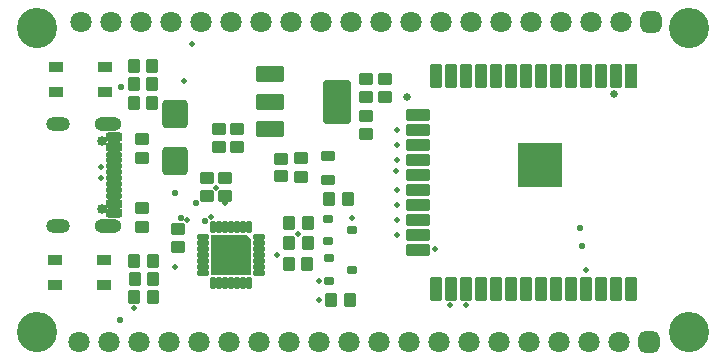
<source format=gts>
G04*
G04 #@! TF.GenerationSoftware,Altium Limited,Altium Designer,25.4.2 (15)*
G04*
G04 Layer_Color=8388736*
%FSTAX25Y25*%
%MOIN*%
G70*
G04*
G04 #@! TF.SameCoordinates,9F79833E-919C-48C8-8BE8-C58A611C57C3*
G04*
G04*
G04 #@! TF.FilePolarity,Negative*
G04*
G01*
G75*
G04:AMPARAMS|DCode=21|XSize=31.5mil|YSize=49.21mil|CornerRadius=3.94mil|HoleSize=0mil|Usage=FLASHONLY|Rotation=90.000|XOffset=0mil|YOffset=0mil|HoleType=Round|Shape=RoundedRectangle|*
%AMROUNDEDRECTD21*
21,1,0.03150,0.04134,0,0,90.0*
21,1,0.02362,0.04921,0,0,90.0*
1,1,0.00787,0.02067,0.01181*
1,1,0.00787,0.02067,-0.01181*
1,1,0.00787,-0.02067,-0.01181*
1,1,0.00787,-0.02067,0.01181*
%
%ADD21ROUNDEDRECTD21*%
%ADD25R,0.14567X0.14567*%
G04:AMPARAMS|DCode=26|XSize=78.74mil|YSize=39.37mil|CornerRadius=4.92mil|HoleSize=0mil|Usage=FLASHONLY|Rotation=270.000|XOffset=0mil|YOffset=0mil|HoleType=Round|Shape=RoundedRectangle|*
%AMROUNDEDRECTD26*
21,1,0.07874,0.02953,0,0,270.0*
21,1,0.06890,0.03937,0,0,270.0*
1,1,0.00984,-0.01476,-0.03445*
1,1,0.00984,-0.01476,0.03445*
1,1,0.00984,0.01476,0.03445*
1,1,0.00984,0.01476,-0.03445*
%
%ADD26ROUNDEDRECTD26*%
%ADD27R,0.03937X0.07874*%
G04:AMPARAMS|DCode=28|XSize=39.37mil|YSize=78.74mil|CornerRadius=4.92mil|HoleSize=0mil|Usage=FLASHONLY|Rotation=270.000|XOffset=0mil|YOffset=0mil|HoleType=Round|Shape=RoundedRectangle|*
%AMROUNDEDRECTD28*
21,1,0.03937,0.06890,0,0,270.0*
21,1,0.02953,0.07874,0,0,270.0*
1,1,0.00984,-0.03445,-0.01476*
1,1,0.00984,-0.03445,0.01476*
1,1,0.00984,0.03445,0.01476*
1,1,0.00984,0.03445,-0.01476*
%
%ADD28ROUNDEDRECTD28*%
G04:AMPARAMS|DCode=32|XSize=39.5mil|YSize=47.37mil|CornerRadius=7.94mil|HoleSize=0mil|Usage=FLASHONLY|Rotation=0.000|XOffset=0mil|YOffset=0mil|HoleType=Round|Shape=RoundedRectangle|*
%AMROUNDEDRECTD32*
21,1,0.03950,0.03150,0,0,0.0*
21,1,0.02362,0.04737,0,0,0.0*
1,1,0.01587,0.01181,-0.01575*
1,1,0.01587,-0.01181,-0.01575*
1,1,0.01587,-0.01181,0.01575*
1,1,0.01587,0.01181,0.01575*
%
%ADD32ROUNDEDRECTD32*%
G04:AMPARAMS|DCode=33|XSize=39.5mil|YSize=47.37mil|CornerRadius=7.94mil|HoleSize=0mil|Usage=FLASHONLY|Rotation=90.000|XOffset=0mil|YOffset=0mil|HoleType=Round|Shape=RoundedRectangle|*
%AMROUNDEDRECTD33*
21,1,0.03950,0.03150,0,0,90.0*
21,1,0.02362,0.04737,0,0,90.0*
1,1,0.01587,0.01575,0.01181*
1,1,0.01587,0.01575,-0.01181*
1,1,0.01587,-0.01575,-0.01181*
1,1,0.01587,-0.01575,0.01181*
%
%ADD33ROUNDEDRECTD33*%
G04:AMPARAMS|DCode=34|XSize=86.74mil|YSize=94.61mil|CornerRadius=13.84mil|HoleSize=0mil|Usage=FLASHONLY|Rotation=0.000|XOffset=0mil|YOffset=0mil|HoleType=Round|Shape=RoundedRectangle|*
%AMROUNDEDRECTD34*
21,1,0.08674,0.06693,0,0,0.0*
21,1,0.05906,0.09461,0,0,0.0*
1,1,0.02769,0.02953,-0.03347*
1,1,0.02769,-0.02953,-0.03347*
1,1,0.02769,-0.02953,0.03347*
1,1,0.02769,0.02953,0.03347*
%
%ADD34ROUNDEDRECTD34*%
G04:AMPARAMS|DCode=35|XSize=19.81mil|YSize=41.47mil|CornerRadius=5.48mil|HoleSize=0mil|Usage=FLASHONLY|Rotation=0.000|XOffset=0mil|YOffset=0mil|HoleType=Round|Shape=RoundedRectangle|*
%AMROUNDEDRECTD35*
21,1,0.01981,0.03051,0,0,0.0*
21,1,0.00886,0.04147,0,0,0.0*
1,1,0.01095,0.00443,-0.01526*
1,1,0.01095,-0.00443,-0.01526*
1,1,0.01095,-0.00443,0.01526*
1,1,0.01095,0.00443,0.01526*
%
%ADD35ROUNDEDRECTD35*%
G04:AMPARAMS|DCode=36|XSize=19.81mil|YSize=41.47mil|CornerRadius=5.48mil|HoleSize=0mil|Usage=FLASHONLY|Rotation=270.000|XOffset=0mil|YOffset=0mil|HoleType=Round|Shape=RoundedRectangle|*
%AMROUNDEDRECTD36*
21,1,0.01981,0.03051,0,0,270.0*
21,1,0.00886,0.04147,0,0,270.0*
1,1,0.01095,-0.01526,-0.00443*
1,1,0.01095,-0.01526,0.00443*
1,1,0.01095,0.01526,0.00443*
1,1,0.01095,0.01526,-0.00443*
%
%ADD36ROUNDEDRECTD36*%
G04:AMPARAMS|DCode=37|XSize=86.74mil|YSize=86.74mil|CornerRadius=13.84mil|HoleSize=0mil|Usage=FLASHONLY|Rotation=270.000|XOffset=0mil|YOffset=0mil|HoleType=Round|Shape=RoundedRectangle|*
%AMROUNDEDRECTD37*
21,1,0.08674,0.05906,0,0,270.0*
21,1,0.05906,0.08674,0,0,270.0*
1,1,0.02769,-0.02953,-0.02953*
1,1,0.02769,-0.02953,0.02953*
1,1,0.02769,0.02953,0.02953*
1,1,0.02769,0.02953,-0.02953*
%
%ADD37ROUNDEDRECTD37*%
G04:AMPARAMS|DCode=38|XSize=27.56mil|YSize=35.43mil|CornerRadius=4.92mil|HoleSize=0mil|Usage=FLASHONLY|Rotation=90.000|XOffset=0mil|YOffset=0mil|HoleType=Round|Shape=RoundedRectangle|*
%AMROUNDEDRECTD38*
21,1,0.02756,0.02559,0,0,90.0*
21,1,0.01772,0.03543,0,0,90.0*
1,1,0.00984,0.01280,0.00886*
1,1,0.00984,0.01280,-0.00886*
1,1,0.00984,-0.01280,-0.00886*
1,1,0.00984,-0.01280,0.00886*
%
%ADD38ROUNDEDRECTD38*%
G04:AMPARAMS|DCode=39|XSize=149.73mil|YSize=94.61mil|CornerRadius=14.83mil|HoleSize=0mil|Usage=FLASHONLY|Rotation=90.000|XOffset=0mil|YOffset=0mil|HoleType=Round|Shape=RoundedRectangle|*
%AMROUNDEDRECTD39*
21,1,0.14973,0.06496,0,0,90.0*
21,1,0.12008,0.09461,0,0,90.0*
1,1,0.02965,0.03248,0.06004*
1,1,0.02965,0.03248,-0.06004*
1,1,0.02965,-0.03248,-0.06004*
1,1,0.02965,-0.03248,0.06004*
%
%ADD39ROUNDEDRECTD39*%
G04:AMPARAMS|DCode=40|XSize=55.24mil|YSize=94.61mil|CornerRadius=9.91mil|HoleSize=0mil|Usage=FLASHONLY|Rotation=90.000|XOffset=0mil|YOffset=0mil|HoleType=Round|Shape=RoundedRectangle|*
%AMROUNDEDRECTD40*
21,1,0.05524,0.07480,0,0,90.0*
21,1,0.03543,0.09461,0,0,90.0*
1,1,0.01981,0.03740,0.01772*
1,1,0.01981,0.03740,-0.01772*
1,1,0.01981,-0.03740,-0.01772*
1,1,0.01981,-0.03740,0.01772*
%
%ADD40ROUNDEDRECTD40*%
G04:AMPARAMS|DCode=41|XSize=31.62mil|YSize=55.24mil|CornerRadius=9.91mil|HoleSize=0mil|Usage=FLASHONLY|Rotation=270.000|XOffset=0mil|YOffset=0mil|HoleType=Round|Shape=RoundedRectangle|*
%AMROUNDEDRECTD41*
21,1,0.03162,0.03543,0,0,270.0*
21,1,0.01181,0.05524,0,0,270.0*
1,1,0.01981,-0.01772,-0.00591*
1,1,0.01981,-0.01772,0.00591*
1,1,0.01981,0.01772,0.00591*
1,1,0.01981,0.01772,-0.00591*
%
%ADD41ROUNDEDRECTD41*%
G04:AMPARAMS|DCode=42|XSize=19.81mil|YSize=55.24mil|CornerRadius=6.95mil|HoleSize=0mil|Usage=FLASHONLY|Rotation=270.000|XOffset=0mil|YOffset=0mil|HoleType=Round|Shape=RoundedRectangle|*
%AMROUNDEDRECTD42*
21,1,0.01981,0.04134,0,0,270.0*
21,1,0.00591,0.05524,0,0,270.0*
1,1,0.01391,-0.02067,-0.00295*
1,1,0.01391,-0.02067,0.00295*
1,1,0.01391,0.02067,0.00295*
1,1,0.01391,0.02067,-0.00295*
%
%ADD42ROUNDEDRECTD42*%
G04:AMPARAMS|DCode=43|XSize=49.34mil|YSize=33.59mil|CornerRadius=7.2mil|HoleSize=0mil|Usage=FLASHONLY|Rotation=0.000|XOffset=0mil|YOffset=0mil|HoleType=Round|Shape=RoundedRectangle|*
%AMROUNDEDRECTD43*
21,1,0.04934,0.01919,0,0,0.0*
21,1,0.03494,0.03359,0,0,0.0*
1,1,0.01440,0.01747,-0.00960*
1,1,0.01440,-0.01747,-0.00960*
1,1,0.01440,-0.01747,0.00960*
1,1,0.01440,0.01747,0.00960*
%
%ADD43ROUNDEDRECTD43*%
%ADD44C,0.07099*%
G04:AMPARAMS|DCode=45|XSize=70.99mil|YSize=70.99mil|CornerRadius=19.75mil|HoleSize=0mil|Usage=FLASHONLY|Rotation=180.000|XOffset=0mil|YOffset=0mil|HoleType=Round|Shape=RoundedRectangle|*
%AMROUNDEDRECTD45*
21,1,0.07099,0.03150,0,0,180.0*
21,1,0.03150,0.07099,0,0,180.0*
1,1,0.03950,-0.01575,0.01575*
1,1,0.03950,0.01575,0.01575*
1,1,0.03950,0.01575,-0.01575*
1,1,0.03950,-0.01575,-0.01575*
%
%ADD45ROUNDEDRECTD45*%
%ADD46O,0.07887X0.04737*%
%ADD47O,0.09068X0.04737*%
%ADD48C,0.03359*%
%ADD49C,0.02000*%
%ADD50C,0.02300*%
%ADD51C,0.13398*%
%ADD52C,0.02600*%
G36*
X-0146106Y-0070433D02*
Y-0082244D01*
X-0159294D01*
Y-0069055D01*
X-0147484D01*
X-0146106Y-0070433D01*
D02*
G37*
D21*
X-01202Y-00505D02*
D03*
Y-00425D02*
D03*
D25*
X-00497Y-00455D02*
D03*
D26*
X-0019385Y-0086839D02*
D03*
X-0024385D02*
D03*
X-0029385D02*
D03*
X-0034385D02*
D03*
X-0039385D02*
D03*
X-0044385D02*
D03*
X-0049385D02*
D03*
X-0054385D02*
D03*
X-0059385D02*
D03*
X-0064385D02*
D03*
X-0069385D02*
D03*
X-0074385D02*
D03*
X-0079385D02*
D03*
X-0084385D02*
D03*
Y-0015972D02*
D03*
X-0079385D02*
D03*
X-0074385D02*
D03*
X-0069385D02*
D03*
X-0064385D02*
D03*
X-0059385D02*
D03*
X-0054385D02*
D03*
X-0049385D02*
D03*
X-0044385D02*
D03*
X-0039385D02*
D03*
X-0034385D02*
D03*
X-0029385D02*
D03*
X-0024385D02*
D03*
D27*
X-0019385D02*
D03*
D28*
X-0090212Y-0048906D02*
D03*
Y-0053905D02*
D03*
Y-0058906D02*
D03*
Y-0063906D02*
D03*
Y-0068906D02*
D03*
Y-0073905D02*
D03*
Y-0028905D02*
D03*
Y-0033906D02*
D03*
Y-0038906D02*
D03*
Y-0043905D02*
D03*
D32*
X-012705Y-0065D02*
D03*
X-013335D02*
D03*
X-018485Y-00775D02*
D03*
X-017855D02*
D03*
Y-00895D02*
D03*
X-018485D02*
D03*
X-0184653Y-00835D02*
D03*
X-0178747D02*
D03*
X-011935Y-00905D02*
D03*
X-011305D02*
D03*
X-011355Y-0057D02*
D03*
X-011985D02*
D03*
X-01272Y-00785D02*
D03*
X-0133499D02*
D03*
X-012705Y-00715D02*
D03*
X-013335D02*
D03*
X-018515Y-00248D02*
D03*
X-017885D02*
D03*
X-0184953Y-00185D02*
D03*
X-0179047D02*
D03*
X-017885Y-00125D02*
D03*
X-018515D02*
D03*
D33*
X-01361Y-0043447D02*
D03*
Y-0049353D02*
D03*
X-01077Y-0022953D02*
D03*
Y-0017047D02*
D03*
X-01508Y-0033547D02*
D03*
Y-0039453D02*
D03*
X-01568Y-0033547D02*
D03*
Y-0039453D02*
D03*
X-01822Y-004315D02*
D03*
Y-003685D02*
D03*
Y-005985D02*
D03*
Y-006615D02*
D03*
X-01702Y-0067094D02*
D03*
Y-0073D02*
D03*
X-01076Y-00293D02*
D03*
Y-0035206D02*
D03*
X-01607Y-0055953D02*
D03*
Y-0050047D02*
D03*
X-01547Y-0055953D02*
D03*
Y-0050047D02*
D03*
X-01292Y-004965D02*
D03*
Y-004335D02*
D03*
X-01013Y-0023D02*
D03*
Y-0017095D02*
D03*
D34*
X-01712Y-0044374D02*
D03*
Y-0028626D02*
D03*
D35*
X-0146794Y-0066299D02*
D03*
X-0148763D02*
D03*
X-0150732D02*
D03*
X-01527D02*
D03*
X-0154668D02*
D03*
X-0156637D02*
D03*
X-0158606D02*
D03*
Y-0085D02*
D03*
X-0156637D02*
D03*
X-0154668D02*
D03*
X-01527D02*
D03*
X-0150732D02*
D03*
X-0148763D02*
D03*
X-0146794D02*
D03*
D36*
X-016205Y-0069744D02*
D03*
Y-0071713D02*
D03*
Y-0073681D02*
D03*
Y-007565D02*
D03*
Y-0077618D02*
D03*
Y-0079587D02*
D03*
Y-0081555D02*
D03*
X-014335D02*
D03*
Y-0079587D02*
D03*
Y-0077618D02*
D03*
Y-007565D02*
D03*
Y-0073681D02*
D03*
Y-0071713D02*
D03*
Y-0069744D02*
D03*
D37*
X-01527Y-007565D02*
D03*
D38*
X-0112326Y-006726D02*
D03*
X-01202Y-006352D02*
D03*
Y-0071D02*
D03*
X-01122Y-00805D02*
D03*
X-0120074Y-007676D02*
D03*
Y-008424D02*
D03*
D39*
X-0117259Y-0024445D02*
D03*
D40*
X-01397Y-00335D02*
D03*
Y-0024445D02*
D03*
Y-001539D02*
D03*
D41*
X-0191507Y-0061598D02*
D03*
Y-0058449D02*
D03*
Y-0039551D02*
D03*
Y-0036402D02*
D03*
D42*
Y-004211D02*
D03*
Y-005589D02*
D03*
Y-0044079D02*
D03*
Y-0053921D02*
D03*
Y-0046047D02*
D03*
Y-0051953D02*
D03*
Y-0048016D02*
D03*
Y-0049984D02*
D03*
D43*
X-0195031Y-0085732D02*
D03*
X-0211369D02*
D03*
X-0195031Y-0077268D02*
D03*
X-0211369D02*
D03*
X-0210869Y-0012768D02*
D03*
X-0194531D02*
D03*
X-0210869Y-0021232D02*
D03*
X-0194531D02*
D03*
D44*
X-02032Y-01045D02*
D03*
X-01932D02*
D03*
X-01832D02*
D03*
X-01732D02*
D03*
X-01632D02*
D03*
X-01432D02*
D03*
X-01332D02*
D03*
X-00932D02*
D03*
X-00632D02*
D03*
X-00432D02*
D03*
X-00232D02*
D03*
X-00332D02*
D03*
X-00532D02*
D03*
X-00732D02*
D03*
X-00832D02*
D03*
X-01032D02*
D03*
X-01132D02*
D03*
X-01232D02*
D03*
X-01532D02*
D03*
X-02027Y0002D02*
D03*
X-01927D02*
D03*
X-01827D02*
D03*
X-01727D02*
D03*
X-01627D02*
D03*
X-01427D02*
D03*
X-01327D02*
D03*
X-00927D02*
D03*
X-00627D02*
D03*
X-00427D02*
D03*
X-00227D02*
D03*
X-00327D02*
D03*
X-00527D02*
D03*
X-00727D02*
D03*
X-00827D02*
D03*
X-01027D02*
D03*
X-01127D02*
D03*
X-01227D02*
D03*
X-01527D02*
D03*
D45*
X-00132Y-01045D02*
D03*
X-00127Y0002D02*
D03*
D46*
X-0210208Y-0066008D02*
D03*
Y-0031992D02*
D03*
D47*
X-0193751Y-0066008D02*
D03*
Y-0031992D02*
D03*
D48*
X-019572Y-0037622D02*
D03*
Y-0060378D02*
D03*
D49*
X-01302Y-00685D02*
D03*
X-01547Y-00584D02*
D03*
X-0159255Y-0063038D02*
D03*
X-01577Y-00533D02*
D03*
X-01712Y-00797D02*
D03*
X-0184956Y-0093242D02*
D03*
X-01682Y-00176D02*
D03*
X-01658Y-00053D02*
D03*
X-00344Y-00806D02*
D03*
X-0123391Y-0084218D02*
D03*
X-00797Y-00921D02*
D03*
X-0074385D02*
D03*
X-01124Y-00632D02*
D03*
X-00977Y-00476D02*
D03*
X-00972Y-0054D02*
D03*
Y-0059D02*
D03*
Y-0064D02*
D03*
Y-0044D02*
D03*
X-01673Y-00638D02*
D03*
X-01961Y-00461D02*
D03*
Y-005D02*
D03*
X-0084831Y-0073599D02*
D03*
X-00972Y-0034D02*
D03*
Y-0039D02*
D03*
Y-0069D02*
D03*
X-00432Y-01045D02*
D03*
X-01372Y-00755D02*
D03*
X-0123313Y-0090537D02*
D03*
D50*
X-0051472Y-0050224D02*
D03*
X-0047928D02*
D03*
Y-0040776D02*
D03*
X-0051472D02*
D03*
X-0054424Y-0043728D02*
D03*
Y-0047272D02*
D03*
X-0044976Y-0043728D02*
D03*
Y-0047272D02*
D03*
X-00497D02*
D03*
X-0051472Y-00455D02*
D03*
X-00497Y-0043728D02*
D03*
X-0047928Y-00455D02*
D03*
X-01898Y-00971D02*
D03*
X-01643Y-00581D02*
D03*
X-00356Y-00725D02*
D03*
X-00362Y-00665D02*
D03*
X-01694Y-00632D02*
D03*
X-01712Y-00548D02*
D03*
X-01613Y-00644D02*
D03*
X-01895Y-00197D02*
D03*
D51*
X-0217201Y-01014D02*
D03*
X-02172Y0D02*
D03*
X0Y-01014D02*
D03*
Y0D02*
D03*
D52*
X-0025058Y-0021969D02*
D03*
X-00941Y-0023D02*
D03*
M02*

</source>
